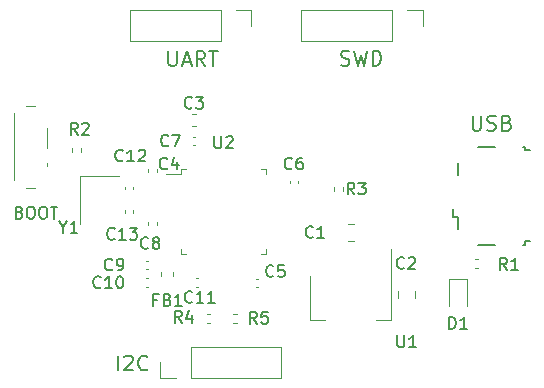
<source format=gbr>
%TF.GenerationSoftware,KiCad,Pcbnew,7.0.1-0*%
%TF.CreationDate,2023-05-28T09:45:46-06:00*%
%TF.ProjectId,stm32-prototype,73746d33-322d-4707-926f-746f74797065,rev?*%
%TF.SameCoordinates,Original*%
%TF.FileFunction,Legend,Top*%
%TF.FilePolarity,Positive*%
%FSLAX46Y46*%
G04 Gerber Fmt 4.6, Leading zero omitted, Abs format (unit mm)*
G04 Created by KiCad (PCBNEW 7.0.1-0) date 2023-05-28 09:45:46*
%MOMM*%
%LPD*%
G01*
G04 APERTURE LIST*
%ADD10C,0.200000*%
%ADD11C,0.150000*%
%ADD12C,0.120000*%
G04 APERTURE END LIST*
D10*
X118097619Y-81872023D02*
X118097619Y-82883928D01*
X118097619Y-82883928D02*
X118157142Y-83002976D01*
X118157142Y-83002976D02*
X118216666Y-83062500D01*
X118216666Y-83062500D02*
X118335714Y-83122023D01*
X118335714Y-83122023D02*
X118573809Y-83122023D01*
X118573809Y-83122023D02*
X118692857Y-83062500D01*
X118692857Y-83062500D02*
X118752380Y-83002976D01*
X118752380Y-83002976D02*
X118811904Y-82883928D01*
X118811904Y-82883928D02*
X118811904Y-81872023D01*
X119347619Y-83062500D02*
X119526190Y-83122023D01*
X119526190Y-83122023D02*
X119823809Y-83122023D01*
X119823809Y-83122023D02*
X119942857Y-83062500D01*
X119942857Y-83062500D02*
X120002381Y-83002976D01*
X120002381Y-83002976D02*
X120061904Y-82883928D01*
X120061904Y-82883928D02*
X120061904Y-82764880D01*
X120061904Y-82764880D02*
X120002381Y-82645833D01*
X120002381Y-82645833D02*
X119942857Y-82586309D01*
X119942857Y-82586309D02*
X119823809Y-82526785D01*
X119823809Y-82526785D02*
X119585714Y-82467261D01*
X119585714Y-82467261D02*
X119466666Y-82407738D01*
X119466666Y-82407738D02*
X119407143Y-82348214D01*
X119407143Y-82348214D02*
X119347619Y-82229166D01*
X119347619Y-82229166D02*
X119347619Y-82110119D01*
X119347619Y-82110119D02*
X119407143Y-81991071D01*
X119407143Y-81991071D02*
X119466666Y-81931547D01*
X119466666Y-81931547D02*
X119585714Y-81872023D01*
X119585714Y-81872023D02*
X119883333Y-81872023D01*
X119883333Y-81872023D02*
X120061904Y-81931547D01*
X121014285Y-82467261D02*
X121192857Y-82526785D01*
X121192857Y-82526785D02*
X121252380Y-82586309D01*
X121252380Y-82586309D02*
X121311904Y-82705357D01*
X121311904Y-82705357D02*
X121311904Y-82883928D01*
X121311904Y-82883928D02*
X121252380Y-83002976D01*
X121252380Y-83002976D02*
X121192857Y-83062500D01*
X121192857Y-83062500D02*
X121073809Y-83122023D01*
X121073809Y-83122023D02*
X120597619Y-83122023D01*
X120597619Y-83122023D02*
X120597619Y-81872023D01*
X120597619Y-81872023D02*
X121014285Y-81872023D01*
X121014285Y-81872023D02*
X121133333Y-81931547D01*
X121133333Y-81931547D02*
X121192857Y-81991071D01*
X121192857Y-81991071D02*
X121252380Y-82110119D01*
X121252380Y-82110119D02*
X121252380Y-82229166D01*
X121252380Y-82229166D02*
X121192857Y-82348214D01*
X121192857Y-82348214D02*
X121133333Y-82407738D01*
X121133333Y-82407738D02*
X121014285Y-82467261D01*
X121014285Y-82467261D02*
X120597619Y-82467261D01*
X79746428Y-90053809D02*
X79889285Y-90101428D01*
X79889285Y-90101428D02*
X79936904Y-90149047D01*
X79936904Y-90149047D02*
X79984523Y-90244285D01*
X79984523Y-90244285D02*
X79984523Y-90387142D01*
X79984523Y-90387142D02*
X79936904Y-90482380D01*
X79936904Y-90482380D02*
X79889285Y-90530000D01*
X79889285Y-90530000D02*
X79794047Y-90577619D01*
X79794047Y-90577619D02*
X79413095Y-90577619D01*
X79413095Y-90577619D02*
X79413095Y-89577619D01*
X79413095Y-89577619D02*
X79746428Y-89577619D01*
X79746428Y-89577619D02*
X79841666Y-89625238D01*
X79841666Y-89625238D02*
X79889285Y-89672857D01*
X79889285Y-89672857D02*
X79936904Y-89768095D01*
X79936904Y-89768095D02*
X79936904Y-89863333D01*
X79936904Y-89863333D02*
X79889285Y-89958571D01*
X79889285Y-89958571D02*
X79841666Y-90006190D01*
X79841666Y-90006190D02*
X79746428Y-90053809D01*
X79746428Y-90053809D02*
X79413095Y-90053809D01*
X80603571Y-89577619D02*
X80794047Y-89577619D01*
X80794047Y-89577619D02*
X80889285Y-89625238D01*
X80889285Y-89625238D02*
X80984523Y-89720476D01*
X80984523Y-89720476D02*
X81032142Y-89910952D01*
X81032142Y-89910952D02*
X81032142Y-90244285D01*
X81032142Y-90244285D02*
X80984523Y-90434761D01*
X80984523Y-90434761D02*
X80889285Y-90530000D01*
X80889285Y-90530000D02*
X80794047Y-90577619D01*
X80794047Y-90577619D02*
X80603571Y-90577619D01*
X80603571Y-90577619D02*
X80508333Y-90530000D01*
X80508333Y-90530000D02*
X80413095Y-90434761D01*
X80413095Y-90434761D02*
X80365476Y-90244285D01*
X80365476Y-90244285D02*
X80365476Y-89910952D01*
X80365476Y-89910952D02*
X80413095Y-89720476D01*
X80413095Y-89720476D02*
X80508333Y-89625238D01*
X80508333Y-89625238D02*
X80603571Y-89577619D01*
X81651190Y-89577619D02*
X81841666Y-89577619D01*
X81841666Y-89577619D02*
X81936904Y-89625238D01*
X81936904Y-89625238D02*
X82032142Y-89720476D01*
X82032142Y-89720476D02*
X82079761Y-89910952D01*
X82079761Y-89910952D02*
X82079761Y-90244285D01*
X82079761Y-90244285D02*
X82032142Y-90434761D01*
X82032142Y-90434761D02*
X81936904Y-90530000D01*
X81936904Y-90530000D02*
X81841666Y-90577619D01*
X81841666Y-90577619D02*
X81651190Y-90577619D01*
X81651190Y-90577619D02*
X81555952Y-90530000D01*
X81555952Y-90530000D02*
X81460714Y-90434761D01*
X81460714Y-90434761D02*
X81413095Y-90244285D01*
X81413095Y-90244285D02*
X81413095Y-89910952D01*
X81413095Y-89910952D02*
X81460714Y-89720476D01*
X81460714Y-89720476D02*
X81555952Y-89625238D01*
X81555952Y-89625238D02*
X81651190Y-89577619D01*
X82365476Y-89577619D02*
X82936904Y-89577619D01*
X82651190Y-90577619D02*
X82651190Y-89577619D01*
X88072619Y-103422023D02*
X88072619Y-102172023D01*
X88608333Y-102291071D02*
X88667857Y-102231547D01*
X88667857Y-102231547D02*
X88786904Y-102172023D01*
X88786904Y-102172023D02*
X89084523Y-102172023D01*
X89084523Y-102172023D02*
X89203571Y-102231547D01*
X89203571Y-102231547D02*
X89263095Y-102291071D01*
X89263095Y-102291071D02*
X89322618Y-102410119D01*
X89322618Y-102410119D02*
X89322618Y-102529166D01*
X89322618Y-102529166D02*
X89263095Y-102707738D01*
X89263095Y-102707738D02*
X88548809Y-103422023D01*
X88548809Y-103422023D02*
X89322618Y-103422023D01*
X90572618Y-103302976D02*
X90513094Y-103362500D01*
X90513094Y-103362500D02*
X90334523Y-103422023D01*
X90334523Y-103422023D02*
X90215475Y-103422023D01*
X90215475Y-103422023D02*
X90036904Y-103362500D01*
X90036904Y-103362500D02*
X89917856Y-103243452D01*
X89917856Y-103243452D02*
X89858333Y-103124404D01*
X89858333Y-103124404D02*
X89798809Y-102886309D01*
X89798809Y-102886309D02*
X89798809Y-102707738D01*
X89798809Y-102707738D02*
X89858333Y-102469642D01*
X89858333Y-102469642D02*
X89917856Y-102350595D01*
X89917856Y-102350595D02*
X90036904Y-102231547D01*
X90036904Y-102231547D02*
X90215475Y-102172023D01*
X90215475Y-102172023D02*
X90334523Y-102172023D01*
X90334523Y-102172023D02*
X90513094Y-102231547D01*
X90513094Y-102231547D02*
X90572618Y-102291071D01*
X92347619Y-76422023D02*
X92347619Y-77433928D01*
X92347619Y-77433928D02*
X92407142Y-77552976D01*
X92407142Y-77552976D02*
X92466666Y-77612500D01*
X92466666Y-77612500D02*
X92585714Y-77672023D01*
X92585714Y-77672023D02*
X92823809Y-77672023D01*
X92823809Y-77672023D02*
X92942857Y-77612500D01*
X92942857Y-77612500D02*
X93002380Y-77552976D01*
X93002380Y-77552976D02*
X93061904Y-77433928D01*
X93061904Y-77433928D02*
X93061904Y-76422023D01*
X93597619Y-77314880D02*
X94192857Y-77314880D01*
X93478571Y-77672023D02*
X93895238Y-76422023D01*
X93895238Y-76422023D02*
X94311904Y-77672023D01*
X95442857Y-77672023D02*
X95026191Y-77076785D01*
X94728572Y-77672023D02*
X94728572Y-76422023D01*
X94728572Y-76422023D02*
X95204762Y-76422023D01*
X95204762Y-76422023D02*
X95323810Y-76481547D01*
X95323810Y-76481547D02*
X95383333Y-76541071D01*
X95383333Y-76541071D02*
X95442857Y-76660119D01*
X95442857Y-76660119D02*
X95442857Y-76838690D01*
X95442857Y-76838690D02*
X95383333Y-76957738D01*
X95383333Y-76957738D02*
X95323810Y-77017261D01*
X95323810Y-77017261D02*
X95204762Y-77076785D01*
X95204762Y-77076785D02*
X94728572Y-77076785D01*
X95800000Y-76422023D02*
X96514286Y-76422023D01*
X96157143Y-77672023D02*
X96157143Y-76422023D01*
X106963095Y-77562500D02*
X107141666Y-77622023D01*
X107141666Y-77622023D02*
X107439285Y-77622023D01*
X107439285Y-77622023D02*
X107558333Y-77562500D01*
X107558333Y-77562500D02*
X107617857Y-77502976D01*
X107617857Y-77502976D02*
X107677380Y-77383928D01*
X107677380Y-77383928D02*
X107677380Y-77264880D01*
X107677380Y-77264880D02*
X107617857Y-77145833D01*
X107617857Y-77145833D02*
X107558333Y-77086309D01*
X107558333Y-77086309D02*
X107439285Y-77026785D01*
X107439285Y-77026785D02*
X107201190Y-76967261D01*
X107201190Y-76967261D02*
X107082142Y-76907738D01*
X107082142Y-76907738D02*
X107022619Y-76848214D01*
X107022619Y-76848214D02*
X106963095Y-76729166D01*
X106963095Y-76729166D02*
X106963095Y-76610119D01*
X106963095Y-76610119D02*
X107022619Y-76491071D01*
X107022619Y-76491071D02*
X107082142Y-76431547D01*
X107082142Y-76431547D02*
X107201190Y-76372023D01*
X107201190Y-76372023D02*
X107498809Y-76372023D01*
X107498809Y-76372023D02*
X107677380Y-76431547D01*
X108094047Y-76372023D02*
X108391666Y-77622023D01*
X108391666Y-77622023D02*
X108629761Y-76729166D01*
X108629761Y-76729166D02*
X108867856Y-77622023D01*
X108867856Y-77622023D02*
X109165476Y-76372023D01*
X109641666Y-77622023D02*
X109641666Y-76372023D01*
X109641666Y-76372023D02*
X109939285Y-76372023D01*
X109939285Y-76372023D02*
X110117856Y-76431547D01*
X110117856Y-76431547D02*
X110236904Y-76550595D01*
X110236904Y-76550595D02*
X110296427Y-76669642D01*
X110296427Y-76669642D02*
X110355951Y-76907738D01*
X110355951Y-76907738D02*
X110355951Y-77086309D01*
X110355951Y-77086309D02*
X110296427Y-77324404D01*
X110296427Y-77324404D02*
X110236904Y-77443452D01*
X110236904Y-77443452D02*
X110117856Y-77562500D01*
X110117856Y-77562500D02*
X109939285Y-77622023D01*
X109939285Y-77622023D02*
X109641666Y-77622023D01*
D11*
%TO.C,Y1*%
X83448809Y-91311428D02*
X83448809Y-91787619D01*
X83115476Y-90787619D02*
X83448809Y-91311428D01*
X83448809Y-91311428D02*
X83782142Y-90787619D01*
X84639285Y-91787619D02*
X84067857Y-91787619D01*
X84353571Y-91787619D02*
X84353571Y-90787619D01*
X84353571Y-90787619D02*
X84258333Y-90930476D01*
X84258333Y-90930476D02*
X84163095Y-91025714D01*
X84163095Y-91025714D02*
X84067857Y-91073333D01*
%TO.C,U2*%
X96238095Y-83612619D02*
X96238095Y-84422142D01*
X96238095Y-84422142D02*
X96285714Y-84517380D01*
X96285714Y-84517380D02*
X96333333Y-84565000D01*
X96333333Y-84565000D02*
X96428571Y-84612619D01*
X96428571Y-84612619D02*
X96619047Y-84612619D01*
X96619047Y-84612619D02*
X96714285Y-84565000D01*
X96714285Y-84565000D02*
X96761904Y-84517380D01*
X96761904Y-84517380D02*
X96809523Y-84422142D01*
X96809523Y-84422142D02*
X96809523Y-83612619D01*
X97238095Y-83707857D02*
X97285714Y-83660238D01*
X97285714Y-83660238D02*
X97380952Y-83612619D01*
X97380952Y-83612619D02*
X97619047Y-83612619D01*
X97619047Y-83612619D02*
X97714285Y-83660238D01*
X97714285Y-83660238D02*
X97761904Y-83707857D01*
X97761904Y-83707857D02*
X97809523Y-83803095D01*
X97809523Y-83803095D02*
X97809523Y-83898333D01*
X97809523Y-83898333D02*
X97761904Y-84041190D01*
X97761904Y-84041190D02*
X97190476Y-84612619D01*
X97190476Y-84612619D02*
X97809523Y-84612619D01*
%TO.C,U1*%
X111738095Y-100462619D02*
X111738095Y-101272142D01*
X111738095Y-101272142D02*
X111785714Y-101367380D01*
X111785714Y-101367380D02*
X111833333Y-101415000D01*
X111833333Y-101415000D02*
X111928571Y-101462619D01*
X111928571Y-101462619D02*
X112119047Y-101462619D01*
X112119047Y-101462619D02*
X112214285Y-101415000D01*
X112214285Y-101415000D02*
X112261904Y-101367380D01*
X112261904Y-101367380D02*
X112309523Y-101272142D01*
X112309523Y-101272142D02*
X112309523Y-100462619D01*
X113309523Y-101462619D02*
X112738095Y-101462619D01*
X113023809Y-101462619D02*
X113023809Y-100462619D01*
X113023809Y-100462619D02*
X112928571Y-100605476D01*
X112928571Y-100605476D02*
X112833333Y-100700714D01*
X112833333Y-100700714D02*
X112738095Y-100748333D01*
%TO.C,R5*%
X99833333Y-99462619D02*
X99500000Y-98986428D01*
X99261905Y-99462619D02*
X99261905Y-98462619D01*
X99261905Y-98462619D02*
X99642857Y-98462619D01*
X99642857Y-98462619D02*
X99738095Y-98510238D01*
X99738095Y-98510238D02*
X99785714Y-98557857D01*
X99785714Y-98557857D02*
X99833333Y-98653095D01*
X99833333Y-98653095D02*
X99833333Y-98795952D01*
X99833333Y-98795952D02*
X99785714Y-98891190D01*
X99785714Y-98891190D02*
X99738095Y-98938809D01*
X99738095Y-98938809D02*
X99642857Y-98986428D01*
X99642857Y-98986428D02*
X99261905Y-98986428D01*
X100738095Y-98462619D02*
X100261905Y-98462619D01*
X100261905Y-98462619D02*
X100214286Y-98938809D01*
X100214286Y-98938809D02*
X100261905Y-98891190D01*
X100261905Y-98891190D02*
X100357143Y-98843571D01*
X100357143Y-98843571D02*
X100595238Y-98843571D01*
X100595238Y-98843571D02*
X100690476Y-98891190D01*
X100690476Y-98891190D02*
X100738095Y-98938809D01*
X100738095Y-98938809D02*
X100785714Y-99034047D01*
X100785714Y-99034047D02*
X100785714Y-99272142D01*
X100785714Y-99272142D02*
X100738095Y-99367380D01*
X100738095Y-99367380D02*
X100690476Y-99415000D01*
X100690476Y-99415000D02*
X100595238Y-99462619D01*
X100595238Y-99462619D02*
X100357143Y-99462619D01*
X100357143Y-99462619D02*
X100261905Y-99415000D01*
X100261905Y-99415000D02*
X100214286Y-99367380D01*
%TO.C,R4*%
X93458333Y-99387619D02*
X93125000Y-98911428D01*
X92886905Y-99387619D02*
X92886905Y-98387619D01*
X92886905Y-98387619D02*
X93267857Y-98387619D01*
X93267857Y-98387619D02*
X93363095Y-98435238D01*
X93363095Y-98435238D02*
X93410714Y-98482857D01*
X93410714Y-98482857D02*
X93458333Y-98578095D01*
X93458333Y-98578095D02*
X93458333Y-98720952D01*
X93458333Y-98720952D02*
X93410714Y-98816190D01*
X93410714Y-98816190D02*
X93363095Y-98863809D01*
X93363095Y-98863809D02*
X93267857Y-98911428D01*
X93267857Y-98911428D02*
X92886905Y-98911428D01*
X94315476Y-98720952D02*
X94315476Y-99387619D01*
X94077381Y-98340000D02*
X93839286Y-99054285D01*
X93839286Y-99054285D02*
X94458333Y-99054285D01*
%TO.C,R3*%
X108083333Y-88537619D02*
X107750000Y-88061428D01*
X107511905Y-88537619D02*
X107511905Y-87537619D01*
X107511905Y-87537619D02*
X107892857Y-87537619D01*
X107892857Y-87537619D02*
X107988095Y-87585238D01*
X107988095Y-87585238D02*
X108035714Y-87632857D01*
X108035714Y-87632857D02*
X108083333Y-87728095D01*
X108083333Y-87728095D02*
X108083333Y-87870952D01*
X108083333Y-87870952D02*
X108035714Y-87966190D01*
X108035714Y-87966190D02*
X107988095Y-88013809D01*
X107988095Y-88013809D02*
X107892857Y-88061428D01*
X107892857Y-88061428D02*
X107511905Y-88061428D01*
X108416667Y-87537619D02*
X109035714Y-87537619D01*
X109035714Y-87537619D02*
X108702381Y-87918571D01*
X108702381Y-87918571D02*
X108845238Y-87918571D01*
X108845238Y-87918571D02*
X108940476Y-87966190D01*
X108940476Y-87966190D02*
X108988095Y-88013809D01*
X108988095Y-88013809D02*
X109035714Y-88109047D01*
X109035714Y-88109047D02*
X109035714Y-88347142D01*
X109035714Y-88347142D02*
X108988095Y-88442380D01*
X108988095Y-88442380D02*
X108940476Y-88490000D01*
X108940476Y-88490000D02*
X108845238Y-88537619D01*
X108845238Y-88537619D02*
X108559524Y-88537619D01*
X108559524Y-88537619D02*
X108464286Y-88490000D01*
X108464286Y-88490000D02*
X108416667Y-88442380D01*
%TO.C,R2*%
X84658333Y-83462619D02*
X84325000Y-82986428D01*
X84086905Y-83462619D02*
X84086905Y-82462619D01*
X84086905Y-82462619D02*
X84467857Y-82462619D01*
X84467857Y-82462619D02*
X84563095Y-82510238D01*
X84563095Y-82510238D02*
X84610714Y-82557857D01*
X84610714Y-82557857D02*
X84658333Y-82653095D01*
X84658333Y-82653095D02*
X84658333Y-82795952D01*
X84658333Y-82795952D02*
X84610714Y-82891190D01*
X84610714Y-82891190D02*
X84563095Y-82938809D01*
X84563095Y-82938809D02*
X84467857Y-82986428D01*
X84467857Y-82986428D02*
X84086905Y-82986428D01*
X85039286Y-82557857D02*
X85086905Y-82510238D01*
X85086905Y-82510238D02*
X85182143Y-82462619D01*
X85182143Y-82462619D02*
X85420238Y-82462619D01*
X85420238Y-82462619D02*
X85515476Y-82510238D01*
X85515476Y-82510238D02*
X85563095Y-82557857D01*
X85563095Y-82557857D02*
X85610714Y-82653095D01*
X85610714Y-82653095D02*
X85610714Y-82748333D01*
X85610714Y-82748333D02*
X85563095Y-82891190D01*
X85563095Y-82891190D02*
X84991667Y-83462619D01*
X84991667Y-83462619D02*
X85610714Y-83462619D01*
%TO.C,R1*%
X121008333Y-94912619D02*
X120675000Y-94436428D01*
X120436905Y-94912619D02*
X120436905Y-93912619D01*
X120436905Y-93912619D02*
X120817857Y-93912619D01*
X120817857Y-93912619D02*
X120913095Y-93960238D01*
X120913095Y-93960238D02*
X120960714Y-94007857D01*
X120960714Y-94007857D02*
X121008333Y-94103095D01*
X121008333Y-94103095D02*
X121008333Y-94245952D01*
X121008333Y-94245952D02*
X120960714Y-94341190D01*
X120960714Y-94341190D02*
X120913095Y-94388809D01*
X120913095Y-94388809D02*
X120817857Y-94436428D01*
X120817857Y-94436428D02*
X120436905Y-94436428D01*
X121960714Y-94912619D02*
X121389286Y-94912619D01*
X121675000Y-94912619D02*
X121675000Y-93912619D01*
X121675000Y-93912619D02*
X121579762Y-94055476D01*
X121579762Y-94055476D02*
X121484524Y-94150714D01*
X121484524Y-94150714D02*
X121389286Y-94198333D01*
%TO.C,FB1*%
X91416666Y-97438809D02*
X91083333Y-97438809D01*
X91083333Y-97962619D02*
X91083333Y-96962619D01*
X91083333Y-96962619D02*
X91559523Y-96962619D01*
X92273809Y-97438809D02*
X92416666Y-97486428D01*
X92416666Y-97486428D02*
X92464285Y-97534047D01*
X92464285Y-97534047D02*
X92511904Y-97629285D01*
X92511904Y-97629285D02*
X92511904Y-97772142D01*
X92511904Y-97772142D02*
X92464285Y-97867380D01*
X92464285Y-97867380D02*
X92416666Y-97915000D01*
X92416666Y-97915000D02*
X92321428Y-97962619D01*
X92321428Y-97962619D02*
X91940476Y-97962619D01*
X91940476Y-97962619D02*
X91940476Y-96962619D01*
X91940476Y-96962619D02*
X92273809Y-96962619D01*
X92273809Y-96962619D02*
X92369047Y-97010238D01*
X92369047Y-97010238D02*
X92416666Y-97057857D01*
X92416666Y-97057857D02*
X92464285Y-97153095D01*
X92464285Y-97153095D02*
X92464285Y-97248333D01*
X92464285Y-97248333D02*
X92416666Y-97343571D01*
X92416666Y-97343571D02*
X92369047Y-97391190D01*
X92369047Y-97391190D02*
X92273809Y-97438809D01*
X92273809Y-97438809D02*
X91940476Y-97438809D01*
X93464285Y-97962619D02*
X92892857Y-97962619D01*
X93178571Y-97962619D02*
X93178571Y-96962619D01*
X93178571Y-96962619D02*
X93083333Y-97105476D01*
X93083333Y-97105476D02*
X92988095Y-97200714D01*
X92988095Y-97200714D02*
X92892857Y-97248333D01*
%TO.C,D1*%
X116111905Y-99912619D02*
X116111905Y-98912619D01*
X116111905Y-98912619D02*
X116350000Y-98912619D01*
X116350000Y-98912619D02*
X116492857Y-98960238D01*
X116492857Y-98960238D02*
X116588095Y-99055476D01*
X116588095Y-99055476D02*
X116635714Y-99150714D01*
X116635714Y-99150714D02*
X116683333Y-99341190D01*
X116683333Y-99341190D02*
X116683333Y-99484047D01*
X116683333Y-99484047D02*
X116635714Y-99674523D01*
X116635714Y-99674523D02*
X116588095Y-99769761D01*
X116588095Y-99769761D02*
X116492857Y-99865000D01*
X116492857Y-99865000D02*
X116350000Y-99912619D01*
X116350000Y-99912619D02*
X116111905Y-99912619D01*
X117635714Y-99912619D02*
X117064286Y-99912619D01*
X117350000Y-99912619D02*
X117350000Y-98912619D01*
X117350000Y-98912619D02*
X117254762Y-99055476D01*
X117254762Y-99055476D02*
X117159524Y-99150714D01*
X117159524Y-99150714D02*
X117064286Y-99198333D01*
%TO.C,C13*%
X87782142Y-92267380D02*
X87734523Y-92315000D01*
X87734523Y-92315000D02*
X87591666Y-92362619D01*
X87591666Y-92362619D02*
X87496428Y-92362619D01*
X87496428Y-92362619D02*
X87353571Y-92315000D01*
X87353571Y-92315000D02*
X87258333Y-92219761D01*
X87258333Y-92219761D02*
X87210714Y-92124523D01*
X87210714Y-92124523D02*
X87163095Y-91934047D01*
X87163095Y-91934047D02*
X87163095Y-91791190D01*
X87163095Y-91791190D02*
X87210714Y-91600714D01*
X87210714Y-91600714D02*
X87258333Y-91505476D01*
X87258333Y-91505476D02*
X87353571Y-91410238D01*
X87353571Y-91410238D02*
X87496428Y-91362619D01*
X87496428Y-91362619D02*
X87591666Y-91362619D01*
X87591666Y-91362619D02*
X87734523Y-91410238D01*
X87734523Y-91410238D02*
X87782142Y-91457857D01*
X88734523Y-92362619D02*
X88163095Y-92362619D01*
X88448809Y-92362619D02*
X88448809Y-91362619D01*
X88448809Y-91362619D02*
X88353571Y-91505476D01*
X88353571Y-91505476D02*
X88258333Y-91600714D01*
X88258333Y-91600714D02*
X88163095Y-91648333D01*
X89067857Y-91362619D02*
X89686904Y-91362619D01*
X89686904Y-91362619D02*
X89353571Y-91743571D01*
X89353571Y-91743571D02*
X89496428Y-91743571D01*
X89496428Y-91743571D02*
X89591666Y-91791190D01*
X89591666Y-91791190D02*
X89639285Y-91838809D01*
X89639285Y-91838809D02*
X89686904Y-91934047D01*
X89686904Y-91934047D02*
X89686904Y-92172142D01*
X89686904Y-92172142D02*
X89639285Y-92267380D01*
X89639285Y-92267380D02*
X89591666Y-92315000D01*
X89591666Y-92315000D02*
X89496428Y-92362619D01*
X89496428Y-92362619D02*
X89210714Y-92362619D01*
X89210714Y-92362619D02*
X89115476Y-92315000D01*
X89115476Y-92315000D02*
X89067857Y-92267380D01*
%TO.C,C12*%
X88482142Y-85642380D02*
X88434523Y-85690000D01*
X88434523Y-85690000D02*
X88291666Y-85737619D01*
X88291666Y-85737619D02*
X88196428Y-85737619D01*
X88196428Y-85737619D02*
X88053571Y-85690000D01*
X88053571Y-85690000D02*
X87958333Y-85594761D01*
X87958333Y-85594761D02*
X87910714Y-85499523D01*
X87910714Y-85499523D02*
X87863095Y-85309047D01*
X87863095Y-85309047D02*
X87863095Y-85166190D01*
X87863095Y-85166190D02*
X87910714Y-84975714D01*
X87910714Y-84975714D02*
X87958333Y-84880476D01*
X87958333Y-84880476D02*
X88053571Y-84785238D01*
X88053571Y-84785238D02*
X88196428Y-84737619D01*
X88196428Y-84737619D02*
X88291666Y-84737619D01*
X88291666Y-84737619D02*
X88434523Y-84785238D01*
X88434523Y-84785238D02*
X88482142Y-84832857D01*
X89434523Y-85737619D02*
X88863095Y-85737619D01*
X89148809Y-85737619D02*
X89148809Y-84737619D01*
X89148809Y-84737619D02*
X89053571Y-84880476D01*
X89053571Y-84880476D02*
X88958333Y-84975714D01*
X88958333Y-84975714D02*
X88863095Y-85023333D01*
X89815476Y-84832857D02*
X89863095Y-84785238D01*
X89863095Y-84785238D02*
X89958333Y-84737619D01*
X89958333Y-84737619D02*
X90196428Y-84737619D01*
X90196428Y-84737619D02*
X90291666Y-84785238D01*
X90291666Y-84785238D02*
X90339285Y-84832857D01*
X90339285Y-84832857D02*
X90386904Y-84928095D01*
X90386904Y-84928095D02*
X90386904Y-85023333D01*
X90386904Y-85023333D02*
X90339285Y-85166190D01*
X90339285Y-85166190D02*
X89767857Y-85737619D01*
X89767857Y-85737619D02*
X90386904Y-85737619D01*
%TO.C,C11*%
X94357142Y-97617380D02*
X94309523Y-97665000D01*
X94309523Y-97665000D02*
X94166666Y-97712619D01*
X94166666Y-97712619D02*
X94071428Y-97712619D01*
X94071428Y-97712619D02*
X93928571Y-97665000D01*
X93928571Y-97665000D02*
X93833333Y-97569761D01*
X93833333Y-97569761D02*
X93785714Y-97474523D01*
X93785714Y-97474523D02*
X93738095Y-97284047D01*
X93738095Y-97284047D02*
X93738095Y-97141190D01*
X93738095Y-97141190D02*
X93785714Y-96950714D01*
X93785714Y-96950714D02*
X93833333Y-96855476D01*
X93833333Y-96855476D02*
X93928571Y-96760238D01*
X93928571Y-96760238D02*
X94071428Y-96712619D01*
X94071428Y-96712619D02*
X94166666Y-96712619D01*
X94166666Y-96712619D02*
X94309523Y-96760238D01*
X94309523Y-96760238D02*
X94357142Y-96807857D01*
X95309523Y-97712619D02*
X94738095Y-97712619D01*
X95023809Y-97712619D02*
X95023809Y-96712619D01*
X95023809Y-96712619D02*
X94928571Y-96855476D01*
X94928571Y-96855476D02*
X94833333Y-96950714D01*
X94833333Y-96950714D02*
X94738095Y-96998333D01*
X96261904Y-97712619D02*
X95690476Y-97712619D01*
X95976190Y-97712619D02*
X95976190Y-96712619D01*
X95976190Y-96712619D02*
X95880952Y-96855476D01*
X95880952Y-96855476D02*
X95785714Y-96950714D01*
X95785714Y-96950714D02*
X95690476Y-96998333D01*
%TO.C,C10*%
X86607142Y-96367380D02*
X86559523Y-96415000D01*
X86559523Y-96415000D02*
X86416666Y-96462619D01*
X86416666Y-96462619D02*
X86321428Y-96462619D01*
X86321428Y-96462619D02*
X86178571Y-96415000D01*
X86178571Y-96415000D02*
X86083333Y-96319761D01*
X86083333Y-96319761D02*
X86035714Y-96224523D01*
X86035714Y-96224523D02*
X85988095Y-96034047D01*
X85988095Y-96034047D02*
X85988095Y-95891190D01*
X85988095Y-95891190D02*
X86035714Y-95700714D01*
X86035714Y-95700714D02*
X86083333Y-95605476D01*
X86083333Y-95605476D02*
X86178571Y-95510238D01*
X86178571Y-95510238D02*
X86321428Y-95462619D01*
X86321428Y-95462619D02*
X86416666Y-95462619D01*
X86416666Y-95462619D02*
X86559523Y-95510238D01*
X86559523Y-95510238D02*
X86607142Y-95557857D01*
X87559523Y-96462619D02*
X86988095Y-96462619D01*
X87273809Y-96462619D02*
X87273809Y-95462619D01*
X87273809Y-95462619D02*
X87178571Y-95605476D01*
X87178571Y-95605476D02*
X87083333Y-95700714D01*
X87083333Y-95700714D02*
X86988095Y-95748333D01*
X88178571Y-95462619D02*
X88273809Y-95462619D01*
X88273809Y-95462619D02*
X88369047Y-95510238D01*
X88369047Y-95510238D02*
X88416666Y-95557857D01*
X88416666Y-95557857D02*
X88464285Y-95653095D01*
X88464285Y-95653095D02*
X88511904Y-95843571D01*
X88511904Y-95843571D02*
X88511904Y-96081666D01*
X88511904Y-96081666D02*
X88464285Y-96272142D01*
X88464285Y-96272142D02*
X88416666Y-96367380D01*
X88416666Y-96367380D02*
X88369047Y-96415000D01*
X88369047Y-96415000D02*
X88273809Y-96462619D01*
X88273809Y-96462619D02*
X88178571Y-96462619D01*
X88178571Y-96462619D02*
X88083333Y-96415000D01*
X88083333Y-96415000D02*
X88035714Y-96367380D01*
X88035714Y-96367380D02*
X87988095Y-96272142D01*
X87988095Y-96272142D02*
X87940476Y-96081666D01*
X87940476Y-96081666D02*
X87940476Y-95843571D01*
X87940476Y-95843571D02*
X87988095Y-95653095D01*
X87988095Y-95653095D02*
X88035714Y-95557857D01*
X88035714Y-95557857D02*
X88083333Y-95510238D01*
X88083333Y-95510238D02*
X88178571Y-95462619D01*
%TO.C,C9*%
X87583333Y-94867380D02*
X87535714Y-94915000D01*
X87535714Y-94915000D02*
X87392857Y-94962619D01*
X87392857Y-94962619D02*
X87297619Y-94962619D01*
X87297619Y-94962619D02*
X87154762Y-94915000D01*
X87154762Y-94915000D02*
X87059524Y-94819761D01*
X87059524Y-94819761D02*
X87011905Y-94724523D01*
X87011905Y-94724523D02*
X86964286Y-94534047D01*
X86964286Y-94534047D02*
X86964286Y-94391190D01*
X86964286Y-94391190D02*
X87011905Y-94200714D01*
X87011905Y-94200714D02*
X87059524Y-94105476D01*
X87059524Y-94105476D02*
X87154762Y-94010238D01*
X87154762Y-94010238D02*
X87297619Y-93962619D01*
X87297619Y-93962619D02*
X87392857Y-93962619D01*
X87392857Y-93962619D02*
X87535714Y-94010238D01*
X87535714Y-94010238D02*
X87583333Y-94057857D01*
X88059524Y-94962619D02*
X88250000Y-94962619D01*
X88250000Y-94962619D02*
X88345238Y-94915000D01*
X88345238Y-94915000D02*
X88392857Y-94867380D01*
X88392857Y-94867380D02*
X88488095Y-94724523D01*
X88488095Y-94724523D02*
X88535714Y-94534047D01*
X88535714Y-94534047D02*
X88535714Y-94153095D01*
X88535714Y-94153095D02*
X88488095Y-94057857D01*
X88488095Y-94057857D02*
X88440476Y-94010238D01*
X88440476Y-94010238D02*
X88345238Y-93962619D01*
X88345238Y-93962619D02*
X88154762Y-93962619D01*
X88154762Y-93962619D02*
X88059524Y-94010238D01*
X88059524Y-94010238D02*
X88011905Y-94057857D01*
X88011905Y-94057857D02*
X87964286Y-94153095D01*
X87964286Y-94153095D02*
X87964286Y-94391190D01*
X87964286Y-94391190D02*
X88011905Y-94486428D01*
X88011905Y-94486428D02*
X88059524Y-94534047D01*
X88059524Y-94534047D02*
X88154762Y-94581666D01*
X88154762Y-94581666D02*
X88345238Y-94581666D01*
X88345238Y-94581666D02*
X88440476Y-94534047D01*
X88440476Y-94534047D02*
X88488095Y-94486428D01*
X88488095Y-94486428D02*
X88535714Y-94391190D01*
%TO.C,C8*%
X90633333Y-93042380D02*
X90585714Y-93090000D01*
X90585714Y-93090000D02*
X90442857Y-93137619D01*
X90442857Y-93137619D02*
X90347619Y-93137619D01*
X90347619Y-93137619D02*
X90204762Y-93090000D01*
X90204762Y-93090000D02*
X90109524Y-92994761D01*
X90109524Y-92994761D02*
X90061905Y-92899523D01*
X90061905Y-92899523D02*
X90014286Y-92709047D01*
X90014286Y-92709047D02*
X90014286Y-92566190D01*
X90014286Y-92566190D02*
X90061905Y-92375714D01*
X90061905Y-92375714D02*
X90109524Y-92280476D01*
X90109524Y-92280476D02*
X90204762Y-92185238D01*
X90204762Y-92185238D02*
X90347619Y-92137619D01*
X90347619Y-92137619D02*
X90442857Y-92137619D01*
X90442857Y-92137619D02*
X90585714Y-92185238D01*
X90585714Y-92185238D02*
X90633333Y-92232857D01*
X91204762Y-92566190D02*
X91109524Y-92518571D01*
X91109524Y-92518571D02*
X91061905Y-92470952D01*
X91061905Y-92470952D02*
X91014286Y-92375714D01*
X91014286Y-92375714D02*
X91014286Y-92328095D01*
X91014286Y-92328095D02*
X91061905Y-92232857D01*
X91061905Y-92232857D02*
X91109524Y-92185238D01*
X91109524Y-92185238D02*
X91204762Y-92137619D01*
X91204762Y-92137619D02*
X91395238Y-92137619D01*
X91395238Y-92137619D02*
X91490476Y-92185238D01*
X91490476Y-92185238D02*
X91538095Y-92232857D01*
X91538095Y-92232857D02*
X91585714Y-92328095D01*
X91585714Y-92328095D02*
X91585714Y-92375714D01*
X91585714Y-92375714D02*
X91538095Y-92470952D01*
X91538095Y-92470952D02*
X91490476Y-92518571D01*
X91490476Y-92518571D02*
X91395238Y-92566190D01*
X91395238Y-92566190D02*
X91204762Y-92566190D01*
X91204762Y-92566190D02*
X91109524Y-92613809D01*
X91109524Y-92613809D02*
X91061905Y-92661428D01*
X91061905Y-92661428D02*
X91014286Y-92756666D01*
X91014286Y-92756666D02*
X91014286Y-92947142D01*
X91014286Y-92947142D02*
X91061905Y-93042380D01*
X91061905Y-93042380D02*
X91109524Y-93090000D01*
X91109524Y-93090000D02*
X91204762Y-93137619D01*
X91204762Y-93137619D02*
X91395238Y-93137619D01*
X91395238Y-93137619D02*
X91490476Y-93090000D01*
X91490476Y-93090000D02*
X91538095Y-93042380D01*
X91538095Y-93042380D02*
X91585714Y-92947142D01*
X91585714Y-92947142D02*
X91585714Y-92756666D01*
X91585714Y-92756666D02*
X91538095Y-92661428D01*
X91538095Y-92661428D02*
X91490476Y-92613809D01*
X91490476Y-92613809D02*
X91395238Y-92566190D01*
%TO.C,C7*%
X92333333Y-84367380D02*
X92285714Y-84415000D01*
X92285714Y-84415000D02*
X92142857Y-84462619D01*
X92142857Y-84462619D02*
X92047619Y-84462619D01*
X92047619Y-84462619D02*
X91904762Y-84415000D01*
X91904762Y-84415000D02*
X91809524Y-84319761D01*
X91809524Y-84319761D02*
X91761905Y-84224523D01*
X91761905Y-84224523D02*
X91714286Y-84034047D01*
X91714286Y-84034047D02*
X91714286Y-83891190D01*
X91714286Y-83891190D02*
X91761905Y-83700714D01*
X91761905Y-83700714D02*
X91809524Y-83605476D01*
X91809524Y-83605476D02*
X91904762Y-83510238D01*
X91904762Y-83510238D02*
X92047619Y-83462619D01*
X92047619Y-83462619D02*
X92142857Y-83462619D01*
X92142857Y-83462619D02*
X92285714Y-83510238D01*
X92285714Y-83510238D02*
X92333333Y-83557857D01*
X92666667Y-83462619D02*
X93333333Y-83462619D01*
X93333333Y-83462619D02*
X92904762Y-84462619D01*
%TO.C,C6*%
X102808333Y-86317380D02*
X102760714Y-86365000D01*
X102760714Y-86365000D02*
X102617857Y-86412619D01*
X102617857Y-86412619D02*
X102522619Y-86412619D01*
X102522619Y-86412619D02*
X102379762Y-86365000D01*
X102379762Y-86365000D02*
X102284524Y-86269761D01*
X102284524Y-86269761D02*
X102236905Y-86174523D01*
X102236905Y-86174523D02*
X102189286Y-85984047D01*
X102189286Y-85984047D02*
X102189286Y-85841190D01*
X102189286Y-85841190D02*
X102236905Y-85650714D01*
X102236905Y-85650714D02*
X102284524Y-85555476D01*
X102284524Y-85555476D02*
X102379762Y-85460238D01*
X102379762Y-85460238D02*
X102522619Y-85412619D01*
X102522619Y-85412619D02*
X102617857Y-85412619D01*
X102617857Y-85412619D02*
X102760714Y-85460238D01*
X102760714Y-85460238D02*
X102808333Y-85507857D01*
X103665476Y-85412619D02*
X103475000Y-85412619D01*
X103475000Y-85412619D02*
X103379762Y-85460238D01*
X103379762Y-85460238D02*
X103332143Y-85507857D01*
X103332143Y-85507857D02*
X103236905Y-85650714D01*
X103236905Y-85650714D02*
X103189286Y-85841190D01*
X103189286Y-85841190D02*
X103189286Y-86222142D01*
X103189286Y-86222142D02*
X103236905Y-86317380D01*
X103236905Y-86317380D02*
X103284524Y-86365000D01*
X103284524Y-86365000D02*
X103379762Y-86412619D01*
X103379762Y-86412619D02*
X103570238Y-86412619D01*
X103570238Y-86412619D02*
X103665476Y-86365000D01*
X103665476Y-86365000D02*
X103713095Y-86317380D01*
X103713095Y-86317380D02*
X103760714Y-86222142D01*
X103760714Y-86222142D02*
X103760714Y-85984047D01*
X103760714Y-85984047D02*
X103713095Y-85888809D01*
X103713095Y-85888809D02*
X103665476Y-85841190D01*
X103665476Y-85841190D02*
X103570238Y-85793571D01*
X103570238Y-85793571D02*
X103379762Y-85793571D01*
X103379762Y-85793571D02*
X103284524Y-85841190D01*
X103284524Y-85841190D02*
X103236905Y-85888809D01*
X103236905Y-85888809D02*
X103189286Y-85984047D01*
%TO.C,C5*%
X101233333Y-95417380D02*
X101185714Y-95465000D01*
X101185714Y-95465000D02*
X101042857Y-95512619D01*
X101042857Y-95512619D02*
X100947619Y-95512619D01*
X100947619Y-95512619D02*
X100804762Y-95465000D01*
X100804762Y-95465000D02*
X100709524Y-95369761D01*
X100709524Y-95369761D02*
X100661905Y-95274523D01*
X100661905Y-95274523D02*
X100614286Y-95084047D01*
X100614286Y-95084047D02*
X100614286Y-94941190D01*
X100614286Y-94941190D02*
X100661905Y-94750714D01*
X100661905Y-94750714D02*
X100709524Y-94655476D01*
X100709524Y-94655476D02*
X100804762Y-94560238D01*
X100804762Y-94560238D02*
X100947619Y-94512619D01*
X100947619Y-94512619D02*
X101042857Y-94512619D01*
X101042857Y-94512619D02*
X101185714Y-94560238D01*
X101185714Y-94560238D02*
X101233333Y-94607857D01*
X102138095Y-94512619D02*
X101661905Y-94512619D01*
X101661905Y-94512619D02*
X101614286Y-94988809D01*
X101614286Y-94988809D02*
X101661905Y-94941190D01*
X101661905Y-94941190D02*
X101757143Y-94893571D01*
X101757143Y-94893571D02*
X101995238Y-94893571D01*
X101995238Y-94893571D02*
X102090476Y-94941190D01*
X102090476Y-94941190D02*
X102138095Y-94988809D01*
X102138095Y-94988809D02*
X102185714Y-95084047D01*
X102185714Y-95084047D02*
X102185714Y-95322142D01*
X102185714Y-95322142D02*
X102138095Y-95417380D01*
X102138095Y-95417380D02*
X102090476Y-95465000D01*
X102090476Y-95465000D02*
X101995238Y-95512619D01*
X101995238Y-95512619D02*
X101757143Y-95512619D01*
X101757143Y-95512619D02*
X101661905Y-95465000D01*
X101661905Y-95465000D02*
X101614286Y-95417380D01*
%TO.C,C4*%
X92233333Y-86317380D02*
X92185714Y-86365000D01*
X92185714Y-86365000D02*
X92042857Y-86412619D01*
X92042857Y-86412619D02*
X91947619Y-86412619D01*
X91947619Y-86412619D02*
X91804762Y-86365000D01*
X91804762Y-86365000D02*
X91709524Y-86269761D01*
X91709524Y-86269761D02*
X91661905Y-86174523D01*
X91661905Y-86174523D02*
X91614286Y-85984047D01*
X91614286Y-85984047D02*
X91614286Y-85841190D01*
X91614286Y-85841190D02*
X91661905Y-85650714D01*
X91661905Y-85650714D02*
X91709524Y-85555476D01*
X91709524Y-85555476D02*
X91804762Y-85460238D01*
X91804762Y-85460238D02*
X91947619Y-85412619D01*
X91947619Y-85412619D02*
X92042857Y-85412619D01*
X92042857Y-85412619D02*
X92185714Y-85460238D01*
X92185714Y-85460238D02*
X92233333Y-85507857D01*
X93090476Y-85745952D02*
X93090476Y-86412619D01*
X92852381Y-85365000D02*
X92614286Y-86079285D01*
X92614286Y-86079285D02*
X93233333Y-86079285D01*
%TO.C,C3*%
X94333333Y-81167380D02*
X94285714Y-81215000D01*
X94285714Y-81215000D02*
X94142857Y-81262619D01*
X94142857Y-81262619D02*
X94047619Y-81262619D01*
X94047619Y-81262619D02*
X93904762Y-81215000D01*
X93904762Y-81215000D02*
X93809524Y-81119761D01*
X93809524Y-81119761D02*
X93761905Y-81024523D01*
X93761905Y-81024523D02*
X93714286Y-80834047D01*
X93714286Y-80834047D02*
X93714286Y-80691190D01*
X93714286Y-80691190D02*
X93761905Y-80500714D01*
X93761905Y-80500714D02*
X93809524Y-80405476D01*
X93809524Y-80405476D02*
X93904762Y-80310238D01*
X93904762Y-80310238D02*
X94047619Y-80262619D01*
X94047619Y-80262619D02*
X94142857Y-80262619D01*
X94142857Y-80262619D02*
X94285714Y-80310238D01*
X94285714Y-80310238D02*
X94333333Y-80357857D01*
X94666667Y-80262619D02*
X95285714Y-80262619D01*
X95285714Y-80262619D02*
X94952381Y-80643571D01*
X94952381Y-80643571D02*
X95095238Y-80643571D01*
X95095238Y-80643571D02*
X95190476Y-80691190D01*
X95190476Y-80691190D02*
X95238095Y-80738809D01*
X95238095Y-80738809D02*
X95285714Y-80834047D01*
X95285714Y-80834047D02*
X95285714Y-81072142D01*
X95285714Y-81072142D02*
X95238095Y-81167380D01*
X95238095Y-81167380D02*
X95190476Y-81215000D01*
X95190476Y-81215000D02*
X95095238Y-81262619D01*
X95095238Y-81262619D02*
X94809524Y-81262619D01*
X94809524Y-81262619D02*
X94714286Y-81215000D01*
X94714286Y-81215000D02*
X94666667Y-81167380D01*
%TO.C,C2*%
X112308333Y-94742380D02*
X112260714Y-94790000D01*
X112260714Y-94790000D02*
X112117857Y-94837619D01*
X112117857Y-94837619D02*
X112022619Y-94837619D01*
X112022619Y-94837619D02*
X111879762Y-94790000D01*
X111879762Y-94790000D02*
X111784524Y-94694761D01*
X111784524Y-94694761D02*
X111736905Y-94599523D01*
X111736905Y-94599523D02*
X111689286Y-94409047D01*
X111689286Y-94409047D02*
X111689286Y-94266190D01*
X111689286Y-94266190D02*
X111736905Y-94075714D01*
X111736905Y-94075714D02*
X111784524Y-93980476D01*
X111784524Y-93980476D02*
X111879762Y-93885238D01*
X111879762Y-93885238D02*
X112022619Y-93837619D01*
X112022619Y-93837619D02*
X112117857Y-93837619D01*
X112117857Y-93837619D02*
X112260714Y-93885238D01*
X112260714Y-93885238D02*
X112308333Y-93932857D01*
X112689286Y-93932857D02*
X112736905Y-93885238D01*
X112736905Y-93885238D02*
X112832143Y-93837619D01*
X112832143Y-93837619D02*
X113070238Y-93837619D01*
X113070238Y-93837619D02*
X113165476Y-93885238D01*
X113165476Y-93885238D02*
X113213095Y-93932857D01*
X113213095Y-93932857D02*
X113260714Y-94028095D01*
X113260714Y-94028095D02*
X113260714Y-94123333D01*
X113260714Y-94123333D02*
X113213095Y-94266190D01*
X113213095Y-94266190D02*
X112641667Y-94837619D01*
X112641667Y-94837619D02*
X113260714Y-94837619D01*
%TO.C,C1*%
X104583333Y-92117380D02*
X104535714Y-92165000D01*
X104535714Y-92165000D02*
X104392857Y-92212619D01*
X104392857Y-92212619D02*
X104297619Y-92212619D01*
X104297619Y-92212619D02*
X104154762Y-92165000D01*
X104154762Y-92165000D02*
X104059524Y-92069761D01*
X104059524Y-92069761D02*
X104011905Y-91974523D01*
X104011905Y-91974523D02*
X103964286Y-91784047D01*
X103964286Y-91784047D02*
X103964286Y-91641190D01*
X103964286Y-91641190D02*
X104011905Y-91450714D01*
X104011905Y-91450714D02*
X104059524Y-91355476D01*
X104059524Y-91355476D02*
X104154762Y-91260238D01*
X104154762Y-91260238D02*
X104297619Y-91212619D01*
X104297619Y-91212619D02*
X104392857Y-91212619D01*
X104392857Y-91212619D02*
X104535714Y-91260238D01*
X104535714Y-91260238D02*
X104583333Y-91307857D01*
X105535714Y-92212619D02*
X104964286Y-92212619D01*
X105250000Y-92212619D02*
X105250000Y-91212619D01*
X105250000Y-91212619D02*
X105154762Y-91355476D01*
X105154762Y-91355476D02*
X105059524Y-91450714D01*
X105059524Y-91450714D02*
X104964286Y-91498333D01*
D12*
%TO.C,SW1*%
X82095000Y-82900000D02*
X82095000Y-84600000D01*
X81045000Y-81050000D02*
X80255000Y-81050000D01*
X79245000Y-81650000D02*
X79245000Y-87350000D01*
X82095000Y-85900000D02*
X82095000Y-86100000D01*
X80255000Y-87950000D02*
X81045000Y-87950000D01*
%TO.C,Y1*%
X84850000Y-87000000D02*
X84850000Y-91000000D01*
X88150000Y-87000000D02*
X84850000Y-87000000D01*
%TO.C,U2*%
X100610000Y-86390000D02*
X100610000Y-86840000D01*
X93390000Y-86840000D02*
X92100000Y-86840000D01*
X93840000Y-93610000D02*
X93390000Y-93610000D01*
X93840000Y-86390000D02*
X93390000Y-86390000D01*
X100610000Y-93610000D02*
X100610000Y-93160000D01*
X100160000Y-93610000D02*
X100610000Y-93610000D01*
X93390000Y-86390000D02*
X93390000Y-86840000D01*
X93390000Y-93610000D02*
X93390000Y-93160000D01*
X100160000Y-86390000D02*
X100610000Y-86390000D01*
%TO.C,U1*%
X111160000Y-93150000D02*
X111160000Y-99160000D01*
X104340000Y-95400000D02*
X104340000Y-99160000D01*
X104340000Y-99160000D02*
X105600000Y-99160000D01*
X111160000Y-99160000D02*
X109900000Y-99160000D01*
%TO.C,R5*%
X97846359Y-99380000D02*
X98153641Y-99380000D01*
X97846359Y-98620000D02*
X98153641Y-98620000D01*
%TO.C,R4*%
X95903641Y-98620000D02*
X95596359Y-98620000D01*
X95903641Y-99380000D02*
X95596359Y-99380000D01*
%TO.C,R3*%
X107130000Y-87921359D02*
X107130000Y-88228641D01*
X106370000Y-87921359D02*
X106370000Y-88228641D01*
%TO.C,R2*%
X84145000Y-84903641D02*
X84145000Y-84596359D01*
X84905000Y-84903641D02*
X84905000Y-84596359D01*
%TO.C,R1*%
X118286359Y-94020000D02*
X118593641Y-94020000D01*
X118286359Y-94780000D02*
X118593641Y-94780000D01*
%TO.C,J4*%
X94220000Y-104080000D02*
X101900000Y-104080000D01*
X91620000Y-104080000D02*
X91620000Y-102750000D01*
X94220000Y-104080000D02*
X94220000Y-101420000D01*
X101900000Y-104080000D02*
X101900000Y-101420000D01*
X92950000Y-104080000D02*
X91620000Y-104080000D01*
X94220000Y-101420000D02*
X101900000Y-101420000D01*
%TO.C,J3*%
X111270000Y-72920000D02*
X103590000Y-72920000D01*
X113870000Y-72920000D02*
X113870000Y-74250000D01*
X111270000Y-72920000D02*
X111270000Y-75580000D01*
X103590000Y-72920000D02*
X103590000Y-75580000D01*
X112540000Y-72920000D02*
X113870000Y-72920000D01*
X111270000Y-75580000D02*
X103590000Y-75580000D01*
%TO.C,J2*%
X96770000Y-72920000D02*
X89090000Y-72920000D01*
X99370000Y-72920000D02*
X99370000Y-74250000D01*
X96770000Y-72920000D02*
X96770000Y-75580000D01*
X89090000Y-72920000D02*
X89090000Y-75580000D01*
X98040000Y-72920000D02*
X99370000Y-72920000D01*
X96770000Y-75580000D02*
X89090000Y-75580000D01*
D11*
%TO.C,J1*%
X116850000Y-90450000D02*
X116850000Y-91450000D01*
X122550000Y-92500000D02*
X123000000Y-92500000D01*
X122400000Y-92800000D02*
X122550000Y-92800000D01*
X116425000Y-90450000D02*
X116850000Y-90450000D01*
X120000000Y-84500000D02*
X118600000Y-84500000D01*
X122550000Y-92800000D02*
X122550000Y-92500000D01*
X116425000Y-89725000D02*
X116425000Y-90450000D01*
X118600000Y-92800000D02*
X120000000Y-92800000D01*
X123000000Y-84800000D02*
X122550000Y-84800000D01*
X122550000Y-84500000D02*
X122400000Y-84500000D01*
X122550000Y-84800000D02*
X122550000Y-84500000D01*
X116850000Y-86850000D02*
X116850000Y-85850000D01*
D12*
%TO.C,FB1*%
X92760000Y-95412779D02*
X92760000Y-95087221D01*
X91740000Y-95412779D02*
X91740000Y-95087221D01*
%TO.C,D1*%
X116115000Y-95715000D02*
X116115000Y-98000000D01*
X117585000Y-95715000D02*
X116115000Y-95715000D01*
X117585000Y-98000000D02*
X117585000Y-95715000D01*
%TO.C,C13*%
X89360000Y-90087836D02*
X89360000Y-89872164D01*
X88640000Y-90087836D02*
X88640000Y-89872164D01*
%TO.C,C12*%
X88640000Y-88107836D02*
X88640000Y-87892164D01*
X89360000Y-88107836D02*
X89360000Y-87892164D01*
%TO.C,C11*%
X94662164Y-96360000D02*
X94877836Y-96360000D01*
X94662164Y-95640000D02*
X94877836Y-95640000D01*
%TO.C,C10*%
X90627836Y-95640000D02*
X90412164Y-95640000D01*
X90627836Y-96360000D02*
X90412164Y-96360000D01*
%TO.C,C9*%
X90627836Y-94140000D02*
X90412164Y-94140000D01*
X90627836Y-94860000D02*
X90412164Y-94860000D01*
%TO.C,C8*%
X91360000Y-91107836D02*
X91360000Y-90892164D01*
X90640000Y-91107836D02*
X90640000Y-90892164D01*
%TO.C,C7*%
X94392164Y-84360000D02*
X94607836Y-84360000D01*
X94392164Y-83640000D02*
X94607836Y-83640000D01*
%TO.C,C6*%
X102640000Y-87392164D02*
X102640000Y-87607836D01*
X103360000Y-87392164D02*
X103360000Y-87607836D01*
%TO.C,C5*%
X99957836Y-96385000D02*
X99742164Y-96385000D01*
X99957836Y-95665000D02*
X99742164Y-95665000D01*
%TO.C,C4*%
X90640000Y-86607836D02*
X90640000Y-86392164D01*
X91360000Y-86607836D02*
X91360000Y-86392164D01*
%TO.C,C3*%
X94359420Y-82760000D02*
X94640580Y-82760000D01*
X94359420Y-81740000D02*
X94640580Y-81740000D01*
%TO.C,C2*%
X113235000Y-97261252D02*
X113235000Y-96738748D01*
X111765000Y-97261252D02*
X111765000Y-96738748D01*
%TO.C,C1*%
X107538748Y-92485000D02*
X108061252Y-92485000D01*
X107538748Y-91015000D02*
X108061252Y-91015000D01*
%TD*%
M02*

</source>
